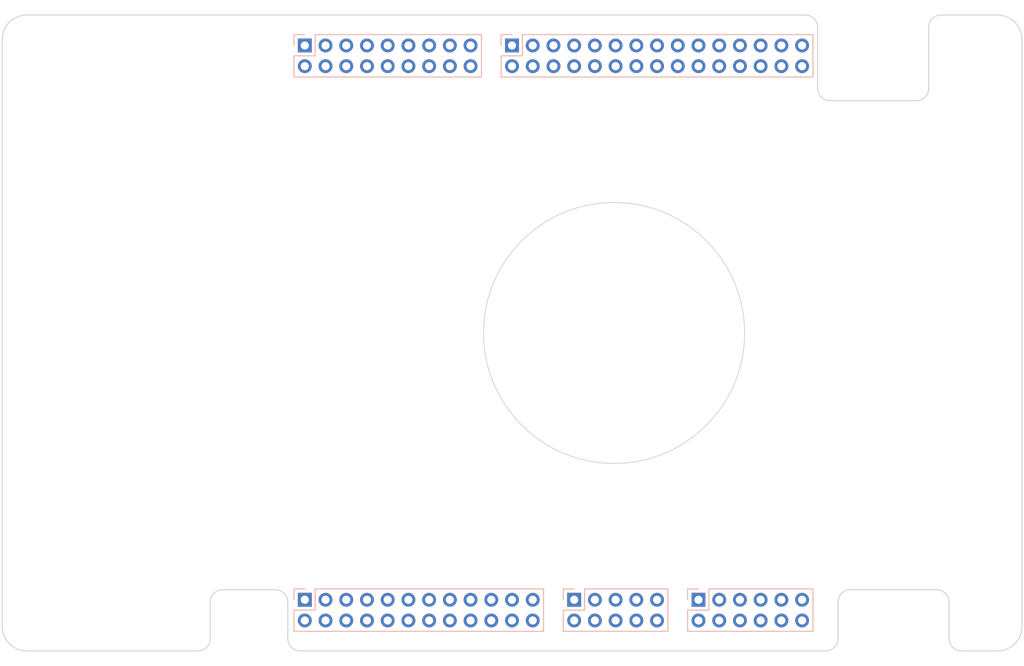
<source format=kicad_pcb>
(kicad_pcb (version 20211014) (generator pcbnew)
  (layers (0 "F.Cu" signal) (31 "B.Cu" signal) (34 "B.Paste" user) (35 "F.Paste" user) (36 "B.SilkS" user "B.Silkscreen") (37 "F.SilkS" user "F.Silkscreen") (38 "B.Mask" user) (39 "F.Mask" user) (44 "Edge.Cuts" user))
  (net 0 "")
  (net 1 "GND")
  (net 2 "SW")
  (net 3 "RST")
  (net 4 "S4")
  (net 6 "S0")
  (net 7 "S3")
  (net 9 "SPR+")
  (net 11 "SPR-")
  (net 12 "+3V3")
  (net 13 "SPL+")
  (net 14 "SPL-")
  (net 15 "SDA")
  (net 16 "SCL")
  (net 17 "+1V8")
  (net 18 "GNDS")
  (net 19 "DTR")
  (net 20 "RI")
  (net 21 "TXD")
  (net 22 "CTS")
  (net 23 "RXD")
  (net 24 "RTS")
  (net 25 "DCD")
  (net 26 "DSR")
  (net 27 "D+")
  (net 28 "D-")
  (net 29 "+5V")
  (net 30 "+12V")
  (net 31 "+BATT")
  (net 32 "MOSI")
  (net 33 "WP")
  (net 34 "CLK")
  (net 35 "MISO")
  (net 36 "HOLD")
  (net 37 "CS#")
  (net 38 "VCC")
  (net 39 "A_MISO")
  (net 40 "A_MOSI")
  (net 41 "A_SCK")
  (net 42 "A_RST")
  (net 43 "D0")
  (net 44 "D7")
  (net 45 "D1")
  (net 46 "D8")
  (net 47 "D2")
  (net 48 "D9")
  (net 49 "D3")
  (net 50 "D10")
  (net 51 "D4")
  (net 52 "D11")
  (net 53 "D5")
  (net 54 "D12")
  (net 55 "D6")
  (net 56 "D13")
  (net 57 "D18")
  (net 58 "D21")
  (net 59 "D19")
  (net 60 "D22")
  (net 61 "D20")
  (net 62 "D23")
  (footprint "MountingHole:MountingHole_3.5mm" (layer "F.Cu") (at 209 125.5)
    (fp_text reference "H3")
    (fp_text value "MH2")
    (pad "" np_thru_hole circle (at 0 0) (size 3.5 3.5) (drill 3.5) (layers *.Cu *.Mask))
  )
  (footprint "MountingHole:MountingHole_3.5mm" (layer "F.Cu") (at 91 54.5)
    (fp_text reference "H2")
    (fp_text value "MH2")
    (pad "" np_thru_hole circle (at 0 0) (size 3.5 3.5) (drill 3.5) (layers *.Cu *.Mask))
  )
  (footprint "MountingHole:MountingHole_3.5mm" (layer "F.Cu") (at 209 54.5)
    (fp_text reference "H4")
    (fp_text value "MH2")
    (pad "" np_thru_hole circle (at 0 0) (size 3.5 3.5) (drill 3.5) (layers *.Cu *.Mask))
  )
  (footprint "MountingHole:MountingHole_3.5mm" (layer "F.Cu") (at 91 125.5)
    (fp_text reference "H1")
    (fp_text value "MH1")
    (pad "" np_thru_hole circle (at 0 0) (size 3.5 3.5) (drill 3.5) (layers *.Cu *.Mask))
  )
  (footprint "Connector_PinHeader_2.54mm:PinHeader_2x05_P2.54mm_Vertical" (layer "B.Cu") (at 157.61 122.73 -90)
    (fp_text reference "J2")
    (fp_text value "LP2")
    (fp_line (start -1.33 -1.27) (end -1.33 -11.49) (layer "B.SilkS") (width 0.12))
    (fp_line (start -1.33 0) (end -1.33 1.33) (layer "B.SilkS") (width 0.12))
    (fp_line (start 3.87 1.33) (end 3.87 -11.49) (layer "B.SilkS") (width 0.12))
    (fp_line (start 1.27 1.33) (end 3.87 1.33) (layer "B.SilkS") (width 0.12))
    (fp_line (start -1.33 -11.49) (end 3.87 -11.49) (layer "B.SilkS") (width 0.12))
    (fp_line (start -1.33 -1.27) (end 1.27 -1.27) (layer "B.SilkS") (width 0.12))
    (fp_line (start -1.33 1.33) (end 0 1.33) (layer "B.SilkS") (width 0.12))
    (fp_line (start 1.27 -1.27) (end 1.27 1.33) (layer "B.SilkS") (width 0.12))
    (pad "1" thru_hole rect (at 0 0 270) (size 1.7 1.7) (drill 1) (layers *.Cu *.Mask) (net 18 "GNDS"))
    (pad "2" thru_hole oval (at 2.54 0 270) (size 1.7 1.7) (drill 1) (layers *.Cu *.Mask) (net 1 "GND"))
    (pad "3" thru_hole oval (at 0 -2.54 270) (size 1.7 1.7) (drill 1) (layers *.Cu *.Mask) (net 19 "DTR"))
    (pad "4" thru_hole oval (at 2.54 -2.54 270) (size 1.7 1.7) (drill 1) (layers *.Cu *.Mask) (net 20 "RI"))
    (pad "5" thru_hole oval (at 0 -5.08 270) (size 1.7 1.7) (drill 1) (layers *.Cu *.Mask) (net 21 "TXD"))
    (pad "6" thru_hole oval (at 2.54 -5.08 270) (size 1.7 1.7) (drill 1) (layers *.Cu *.Mask) (net 22 "CTS"))
    (pad "7" thru_hole oval (at 0 -7.62 270) (size 1.7 1.7) (drill 1) (layers *.Cu *.Mask) (net 23 "RXD"))
    (pad "8" thru_hole oval (at 2.54 -7.62 270) (size 1.7 1.7) (drill 1) (layers *.Cu *.Mask) (net 24 "RTS"))
    (pad "9" thru_hole oval (at 0 -10.16 270) (size 1.7 1.7) (drill 1) (layers *.Cu *.Mask) (net 25 "DCD"))
    (pad "10" thru_hole oval (at 2.54 -10.16 270) (size 1.7 1.7) (drill 1) (layers *.Cu *.Mask) (net 26 "DSR"))
  )
  (footprint "Connector_PinHeader_2.54mm:PinHeader_2x12_P2.54mm_Vertical" (layer "B.Cu") (at 124.59 122.73 -90)
    (fp_text reference "J1")
    (fp_text value "LP1")
    (fp_line (start -1.33 1.33) (end 0 1.33) (layer "B.SilkS") (width 0.12))
    (fp_line (start -1.33 -29.27) (end 3.87 -29.27) (layer "B.SilkS") (width 0.12))
    (fp_line (start -1.33 0) (end -1.33 1.33) (layer "B.SilkS") (width 0.12))
    (fp_line (start -1.33 -1.27) (end -1.33 -29.27) (layer "B.SilkS") (width 0.12))
    (fp_line (start 1.27 1.33) (end 3.87 1.33) (layer "B.SilkS") (width 0.12))
    (fp_line (start 1.27 -1.27) (end 1.27 1.33) (layer "B.SilkS") (width 0.12))
    (fp_line (start 3.87 1.33) (end 3.87 -29.27) (layer "B.SilkS") (width 0.12))
    (fp_line (start -1.33 -1.27) (end 1.27 -1.27) (layer "B.SilkS") (width 0.12))
    (pad "1" thru_hole rect (at 0 0 270) (size 1.7 1.7) (drill 1) (layers *.Cu *.Mask) (net 1 "GND"))
    (pad "2" thru_hole oval (at 2.54 0 270) (size 1.7 1.7) (drill 1) (layers *.Cu *.Mask) (net 1 "GND"))
    (pad "3" thru_hole oval (at 0 -2.54 270) (size 1.7 1.7) (drill 1) (layers *.Cu *.Mask) (net 2 "SW"))
    (pad "4" thru_hole oval (at 2.54 -2.54 270) (size 1.7 1.7) (drill 1) (layers *.Cu *.Mask) (net 3 "RST"))
    (pad "5" thru_hole oval (at 0 -5.08 270) (size 1.7 1.7) (drill 1) (layers *.Cu *.Mask) (net 4 "S4"))
    (pad "6" thru_hole oval (at 2.54 -5.08 270) (size 1.7 1.7) (drill 1) (layers *.Cu *.Mask))
    (pad "7" thru_hole oval (at 0 -7.62 270) (size 1.7 1.7) (drill 1) (layers *.Cu *.Mask) (net 6 "S0"))
    (pad "8" thru_hole oval (at 2.54 -7.62 270) (size 1.7 1.7) (drill 1) (layers *.Cu *.Mask) (net 7 "S3"))
    (pad "9" thru_hole oval (at 0 -10.16 270) (size 1.7 1.7) (drill 1) (layers *.Cu *.Mask))
    (pad "10" thru_hole oval (at 2.54 -10.16 270) (size 1.7 1.7) (drill 1) (layers *.Cu *.Mask) (net 9 "SPR+"))
    (pad "11" thru_hole oval (at 0 -12.7 270) (size 1.7 1.7) (drill 1) (layers *.Cu *.Mask))
    (pad "12" thru_hole oval (at 2.54 -12.7 270) (size 1.7 1.7) (drill 1) (layers *.Cu *.Mask) (net 11 "SPR-"))
    (pad "13" thru_hole oval (at 0 -15.24 270) (size 1.7 1.7) (drill 1) (layers *.Cu *.Mask) (net 12 "+3V3"))
    (pad "14" thru_hole oval (at 2.54 -15.24 270) (size 1.7 1.7) (drill 1) (layers *.Cu *.Mask) (net 13 "SPL+"))
    (pad "15" thru_hole oval (at 0 -17.78 270) (size 1.7 1.7) (drill 1) (layers *.Cu *.Mask) (net 12 "+3V3"))
    (pad "16" thru_hole oval (at 2.54 -17.78 270) (size 1.7 1.7) (drill 1) (layers *.Cu *.Mask) (net 14 "SPL-"))
    (pad "17" thru_hole oval (at 0 -20.32 270) (size 1.7 1.7) (drill 1) (layers *.Cu *.Mask) (net 1 "GND"))
    (pad "18" thru_hole oval (at 2.54 -20.32 270) (size 1.7 1.7) (drill 1) (layers *.Cu *.Mask) (net 1 "GND"))
    (pad "19" thru_hole oval (at 0 -22.86 270) (size 1.7 1.7) (drill 1) (layers *.Cu *.Mask) (net 15 "SDA"))
    (pad "20" thru_hole oval (at 2.54 -22.86 270) (size 1.7 1.7) (drill 1) (layers *.Cu *.Mask) (net 1 "GND"))
    (pad "21" thru_hole oval (at 0 -25.4 270) (size 1.7 1.7) (drill 1) (layers *.Cu *.Mask) (net 16 "SCL"))
    (pad "22" thru_hole oval (at 2.54 -25.4 270) (size 1.7 1.7) (drill 1) (layers *.Cu *.Mask) (net 1 "GND"))
    (pad "23" thru_hole oval (at 0 -27.94 270) (size 1.7 1.7) (drill 1) (layers *.Cu *.Mask) (net 17 "+1V8"))
    (pad "24" thru_hole oval (at 2.54 -27.94 270) (size 1.7 1.7) (drill 1) (layers *.Cu *.Mask) (net 1 "GND"))
  )
  (footprint "Connector_PinHeader_2.54mm:PinHeader_2x09_P2.54mm_Vertical" (layer "B.Cu") (at 124.59 54.73 -90)
    (fp_text reference "J4")
    (fp_text value "LP4")
    (fp_line (start -1.33 0) (end -1.33 1.33) (layer "B.SilkS") (width 0.12))
    (fp_line (start -1.33 -1.27) (end 1.27 -1.27) (layer "B.SilkS") (width 0.12))
    (fp_line (start -1.33 -1.27) (end -1.33 -21.65) (layer "B.SilkS") (width 0.12))
    (fp_line (start -1.33 -21.65) (end 3.87 -21.65) (layer "B.SilkS") (width 0.12))
    (fp_line (start 1.27 1.33) (end 3.87 1.33) (layer "B.SilkS") (width 0.12))
    (fp_line (start -1.33 1.33) (end 0 1.33) (layer "B.SilkS") (width 0.12))
    (fp_line (start 3.87 1.33) (end 3.87 -21.65) (layer "B.SilkS") (width 0.12))
    (fp_line (start 1.27 -1.27) (end 1.27 1.33) (layer "B.SilkS") (width 0.12))
    (pad "1" thru_hole rect (at 0 0 270) (size 1.7 1.7) (drill 1) (layers *.Cu *.Mask) (net 31 "+BATT"))
    (pad "2" thru_hole oval (at 2.54 0 270) (size 1.7 1.7) (drill 1) (layers *.Cu *.Mask) (net 1 "GND"))
    (pad "3" thru_hole oval (at 0 -2.54 270) (size 1.7 1.7) (drill 1) (layers *.Cu *.Mask) (net 12 "+3V3"))
    (pad "4" thru_hole oval (at 2.54 -2.54 270) (size 1.7 1.7) (drill 1) (layers *.Cu *.Mask) (net 1 "GND"))
    (pad "5" thru_hole oval (at 0 -5.08 270) (size 1.7 1.7) (drill 1) (layers *.Cu *.Mask) (net 12 "+3V3"))
    (pad "6" thru_hole oval (at 2.54 -5.08 270) (size 1.7 1.7) (drill 1) (layers *.Cu *.Mask) (net 1 "GND"))
    (pad "7" thru_hole oval (at 0 -7.62 270) (size 1.7 1.7) (drill 1) (layers *.Cu *.Mask) (net 29 "+5V"))
    (pad "8" thru_hole oval (at 2.54 -7.62 270) (size 1.7 1.7) (drill 1) (layers *.Cu *.Mask) (net 1 "GND"))
    (pad "9" thru_hole oval (at 0 -10.16 270) (size 1.7 1.7) (drill 1) (layers *.Cu *.Mask) (net 29 "+5V"))
    (pad "10" thru_hole oval (at 2.54 -10.16 270) (size 1.7 1.7) (drill 1) (layers *.Cu *.Mask) (net 1 "GND"))
    (pad "11" thru_hole oval (at 0 -12.7 270) (size 1.7 1.7) (drill 1) (layers *.Cu *.Mask) (net 1 "GND"))
    (pad "12" thru_hole oval (at 2.54 -12.7 270) (size 1.7 1.7) (drill 1) (layers *.Cu *.Mask) (net 32 "MOSI"))
    (pad "13" thru_hole oval (at 0 -15.24 270) (size 1.7 1.7) (drill 1) (layers *.Cu *.Mask) (net 33 "WP"))
    (pad "14" thru_hole oval (at 2.54 -15.24 270) (size 1.7 1.7) (drill 1) (layers *.Cu *.Mask) (net 34 "CLK"))
    (pad "15" thru_hole oval (at 0 -17.78 270) (size 1.7 1.7) (drill 1) (layers *.Cu *.Mask) (net 35 "MISO"))
    (pad "16" thru_hole oval (at 2.54 -17.78 270) (size 1.7 1.7) (drill 1) (layers *.Cu *.Mask) (net 36 "HOLD"))
    (pad "17" thru_hole oval (at 0 -20.32 270) (size 1.7 1.7) (drill 1) (layers *.Cu *.Mask) (net 37 "CS#"))
    (pad "18" thru_hole oval (at 2.54 -20.32 270) (size 1.7 1.7) (drill 1) (layers *.Cu *.Mask) (net 38 "VCC"))
  )
  (footprint "Connector_PinHeader_2.54mm:PinHeader_2x06_P2.54mm_Vertical" (layer "B.Cu") (at 172.85 122.73 -90)
    (fp_text reference "J3")
    (fp_text value "LP3")
    (fp_line (start 1.27 -1.27) (end 1.27 1.33) (layer "B.SilkS") (width 0.12))
    (fp_line (start 3.87 1.33) (end 3.87 -14.03) (layer "B.SilkS") (width 0.12))
    (fp_line (start -1.33 -1.27) (end 1.27 -1.27) (layer "B.SilkS") (width 0.12))
    (fp_line (start 1.27 1.33) (end 3.87 1.33) (layer "B.SilkS") (width 0.12))
    (fp_line (start -1.33 -14.03) (end 3.87 -14.03) (layer "B.SilkS") (width 0.12))
    (fp_line (start -1.33 -1.27) (end -1.33 -14.03) (layer "B.SilkS") (width 0.12))
    (fp_line (start -1.33 0) (end -1.33 1.33) (layer "B.SilkS") (width 0.12))
    (fp_line (start -1.33 1.33) (end 0 1.33) (layer "B.SilkS") (width 0.12))
    (pad "1" thru_hole rect (at 0 0 270) (size 1.7 1.7) (drill 1) (layers *.Cu *.Mask) (net 1 "GND"))
    (pad "2" thru_hole oval (at 2.54 0 270) (size 1.7 1.7) (drill 1) (layers *.Cu *.Mask) (net 1 "GND"))
    (pad "3" thru_hole oval (at 0 -2.54 270) (size 1.7 1.7) (drill 1) (layers *.Cu *.Mask) (net 27 "D+"))
    (pad "4" thru_hole oval (at 2.54 -2.54 270) (size 1.7 1.7) (drill 1) (layers *.Cu *.Mask) (net 1 "GND"))
    (pad "5" thru_hole oval (at 0 -5.08 270) (size 1.7 1.7) (drill 1) (layers *.Cu *.Mask) (net 28 "D-"))
    (pad "6" thru_hole oval (at 2.54 -5.08 270) (size 1.7 1.7) (drill 1) (layers *.Cu *.Mask) (net 1 "GND"))
    (pad "7" thru_hole oval (at 0 -7.62 270) (size 1.7 1.7) (drill 1) (layers *.Cu *.Mask) (net 29 "+5V"))
    (pad "8" thru_hole oval (at 2.54 -7.62 270) (size 1.7 1.7) (drill 1) (layers *.Cu *.Mask) (net 1 "GND"))
    (pad "9" thru_hole oval (at 0 -10.16 270) (size 1.7 1.7) (drill 1) (layers *.Cu *.Mask) (net 30 "+12V"))
    (pad "10" thru_hole oval (at 2.54 -10.16 270) (size 1.7 1.7) (drill 1) (layers *.Cu *.Mask) (net 1 "GND"))
    (pad "11" thru_hole oval (at 0 -12.7 270) (size 1.7 1.7) (drill 1) (layers *.Cu *.Mask) (net 30 "+12V"))
    (pad "12" thru_hole oval (at 2.54 -12.7 270) (size 1.7 1.7) (drill 1) (layers *.Cu *.Mask) (net 1 "GND"))
  )
  (footprint "Connector_PinHeader_2.54mm:PinHeader_2x15_P2.54mm_Vertical" (layer "B.Cu") (at 149.99 54.73 -90)
    (fp_text reference "J5")
    (fp_text value "LP5")
    (fp_line (start -1.33 -1.27) (end 1.27 -1.27) (layer "B.SilkS") (width 0.12))
    (fp_line (start 1.27 -1.27) (end 1.27 1.33) (layer "B.SilkS") (width 0.12))
    (fp_line (start -1.33 0) (end -1.33 1.33) (layer "B.SilkS") (width 0.12))
    (fp_line (start -1.33 1.33) (end 0 1.33) (layer "B.SilkS") (width 0.12))
    (fp_line (start 1.27 1.33) (end 3.87 1.33) (layer "B.SilkS") (width 0.12))
    (fp_line (start -1.33 -36.89) (end 3.87 -36.89) (layer "B.SilkS") (width 0.12))
    (fp_line (start 3.87 1.33) (end 3.87 -36.89) (layer "B.SilkS") (width 0.12))
    (fp_line (start -1.33 -1.27) (end -1.33 -36.89) (layer "B.SilkS") (width 0.12))
    (pad "1" thru_hole rect (at 0 0 270) (size 1.7 1.7) (drill 1) (layers *.Cu *.Mask) (net 29 "+5V"))
    (pad "2" thru_hole oval (at 2.54 0 270) (size 1.7 1.7) (drill 1) (layers *.Cu *.Mask) (net 39 "A_MISO"))
    (pad "3" thru_hole oval (at 0 -2.54 270) (size 1.7 1.7) (drill 1) (layers *.Cu *.Mask) (net 40 "A_MOSI"))
    (pad "4" thru_hole oval (at 2.54 -2.54 270) (size 1.7 1.7) (drill 1) (layers *.Cu *.Mask) (net 41 "A_SCK"))
    (pad "5" thru_hole oval (at 0 -5.08 270) (size 1.7 1.7) (drill 1) (layers *.Cu *.Mask) (net 1 "GND"))
    (pad "6" thru_hole oval (at 2.54 -5.08 270) (size 1.7 1.7) (drill 1) (layers *.Cu *.Mask) (net 42 "A_RST"))
    (pad "7" thru_hole oval (at 0 -7.62 270) (size 1.7 1.7) (drill 1) (layers *.Cu *.Mask) (net 43 "D0"))
    (pad "8" thru_hole oval (at 2.54 -7.62 270) (size 1.7 1.7) (drill 1) (layers *.Cu *.Mask) (net 44 "D7"))
    (pad "9" thru_hole oval (at 0 -10.16 270) (size 1.7 1.7) (drill 1) (layers *.Cu *.Mask) (net 45 "D1"))
    (pad "10" thru_hole oval (at 2.54 -10.16 270) (size 1.7 1.7) (drill 1) (layers *.Cu *.Mask) (net 46 "D8"))
    (pad "11" thru_hole oval (at 0 -12.7 270) (size 1.7 1.7) (drill 1) (layers *.Cu *.Mask) (net 47 "D2"))
    (pad "12" thru_hole oval (at 2.54 -12.7 270) (size 1.7 1.7) (drill 1) (layers *.Cu *.Mask) (net 48 "D9"))
    (pad "13" thru_hole oval (at 0 -15.24 270) (size 1.7 1.7) (drill 1) (layers *.Cu *.Mask) (net 49 "D3"))
    (pad "14" thru_hole oval (at 2.54 -15.24 270) (size 1.7 1.7) (drill 1) (layers *.Cu *.Mask) (net 50 "D10"))
    (pad "15" thru_hole oval (at 0 -17.78 270) (size 1.7 1.7) (drill 1) (layers *.Cu *.Mask) (net 51 "D4"))
    (pad "16" thru_hole oval (at 2.54 -17.78 270) (size 1.7 1.7) (drill 1) (layers *.Cu *.Mask) (net 52 "D11"))
    (pad "17" thru_hole oval (at 0 -20.32 270) (size 1.7 1.7) (drill 1) (layers *.Cu *.Mask) (net 53 "D5"))
    (pad "18" thru_hole oval (at 2.54 -20.32 270) (size 1.7 1.7) (drill 1) (layers *.Cu *.Mask) (net 54 "D12"))
    (pad "19" thru_hole oval (at 0 -22.86 270) (size 1.7 1.7) (drill 1) (layers *.Cu *.Mask) (net 55 "D6"))
    (pad "20" thru_hole oval (at 2.54 -22.86 270) (size 1.7 1.7) (drill 1) (layers *.Cu *.Mask) (net 56 "D13"))
    (pad "21" thru_hole oval (at 0 -25.4 270) (size 1.7 1.7) (drill 1) (layers *.Cu *.Mask) (net 57 "D18"))
    (pad "22" thru_hole oval (at 2.54 -25.4 270) (size 1.7 1.7) (drill 1) (layers *.Cu *.Mask) (net 58 "D21"))
    (pad "23" thru_hole oval (at 0 -27.94 270) (size 1.7 1.7) (drill 1) (layers *.Cu *.Mask) (net 59 "D19"))
    (pad "24" thru_hole oval (at 2.54 -27.94 270) (size 1.7 1.7) (drill 1) (layers *.Cu *.Mask) (net 60 "D22"))
    (pad "25" thru_hole oval (at 0 -30.48 270) (size 1.7 1.7) (drill 1) (layers *.Cu *.Mask) (net 61 "D20"))
    (pad "26" thru_hole oval (at 2.54 -30.48 270) (size 1.7 1.7) (drill 1) (layers *.Cu *.Mask) (net 62 "D23"))
    (pad "27" thru_hole oval (at 0 -33.02 270) (size 1.7 1.7) (drill 1) (layers *.Cu *.Mask) (net 29 "+5V"))
    (pad "28" thru_hole oval (at 2.54 -33.02 270) (size 1.7 1.7) (drill 1) (layers *.Cu *.Mask) (net 1 "GND"))
    (pad "29" thru_hole oval (at 0 -35.56 270) (size 1.7 1.7) (drill 1) (layers *.Cu *.Mask) (net 29 "+5V"))
    (pad "30" thru_hole oval (at 2.54 -35.56 270) (size 1.7 1.7) (drill 1) (layers *.Cu *.Mask) (net 1 "GND"))
  )
  (gr_line (start 199.57 61.5) (end 188.95 61.5) (layer "Edge.Cuts") (width 0.12))
  (gr_line (start 113 123) (end 113 127.5) (layer "Edge.Cuts") (width 0.12))
  (gr_arc (start 121 121.5) (mid 122.06066 121.93934) (end 122.5 123) (layer "Edge.Cuts") (width 0.12))
  (gr_line (start 202.57 51) (end 209.5 51) (layer "Edge.Cuts") (width 0.12))
  (gr_line (start 122.5 123) (end 122.5 127.5) (layer "Edge.Cuts") (width 0.12))
  (gr_arc (start 113 127.5) (mid 112.56066 128.56066) (end 111.5 129) (layer "Edge.Cuts") (width 0.12))
  (gr_arc (start 185.95 51) (mid 187.01066 51.43934) (end 187.45 52.5) (layer "Edge.Cuts") (width 0.12))
  (gr_arc (start 202.07 121.5) (mid 203.13066 121.93934) (end 203.57 123) (layer "Edge.Cuts") (width 0.12))
  (gr_line (start 87.5 54) (end 87.5 126) (layer "Edge.Cuts") (width 0.12))
  (gr_arc (start 189.95 127.5) (mid 189.51066 128.56066) (end 188.45 129) (layer "Edge.Cuts") (width 0.12))
  (gr_arc (start 113 123) (mid 113.43934 121.93934) (end 114.5 121.5) (layer "Edge.Cuts") (width 0.12))
  (gr_arc (start 201.07 60) (mid 200.63066 61.06066) (end 199.57 61.5) (layer "Edge.Cuts") (width 0.12))
  (gr_line (start 124 129) (end 188.45 129) (layer "Edge.Cuts") (width 0.12))
  (gr_line (start 189.95 123) (end 189.95 127.5) (layer "Edge.Cuts") (width 0.12))
  (gr_line (start 90.5 51) (end 185.95 51) (layer "Edge.Cuts") (width 0.12))
  (gr_circle (center 162.5 90) (end 178.5 90) (layer "Edge.Cuts") (width 0.1) (fill none))
  (gr_line (start 203.57 123) (end 203.57 127.5) (layer "Edge.Cuts") (width 0.12))
  (gr_arc (start 189.95 123) (mid 190.38934 121.93934) (end 191.45 121.5) (layer "Edge.Cuts") (width 0.12))
  (gr_arc (start 212.5 126) (mid 211.62132 128.12132) (end 209.5 129) (layer "Edge.Cuts") (width 0.12))
  (gr_arc (start 90.5 129) (mid 88.37868 128.12132) (end 87.5 126) (layer "Edge.Cuts") (width 0.12))
  (gr_line (start 90.5 129) (end 111.5 129) (layer "Edge.Cuts") (width 0.12))
  (gr_line (start 201.07 60) (end 201.07 52.5) (layer "Edge.Cuts") (width 0.12))
  (gr_line (start 191.45 121.5) (end 202.07 121.5) (layer "Edge.Cuts") (width 0.12))
  (gr_arc (start 201.07 52.5) (mid 201.50934 51.43934) (end 202.57 51) (layer "Edge.Cuts") (width 0.12))
  (gr_line (start 114.5 121.5) (end 121 121.5) (layer "Edge.Cuts") (width 0.12))
  (gr_arc (start 205.07 129) (mid 204.00934 128.56066) (end 203.57 127.5) (layer "Edge.Cuts") (width 0.12))
  (gr_arc (start 209.5 51) (mid 211.62132 51.87868) (end 212.5 54) (layer "Edge.Cuts") (width 0.12))
  (gr_line (start 205.07 129) (end 209.5 129) (layer "Edge.Cuts") (width 0.12))
  (gr_line (start 212.5 54) (end 212.5 126) (layer "Edge.Cuts") (width 0.12))
  (gr_arc (start 87.5 54) (mid 88.37868 51.87868) (end 90.5 51) (layer "Edge.Cuts") (width 0.12))
  (gr_arc (start 124 129) (mid 122.93934 128.56066) (end 122.5 127.5) (layer "Edge.Cuts") (width 0.12))
  (gr_arc (start 188.95 61.5) (mid 187.88934 61.06066) (end 187.45 60) (layer "Edge.Cuts") (width 0.12))
  (gr_line (start 187.45 60) (end 187.45 52.5) (layer "Edge.Cuts") (width 0.12))
)
</source>
